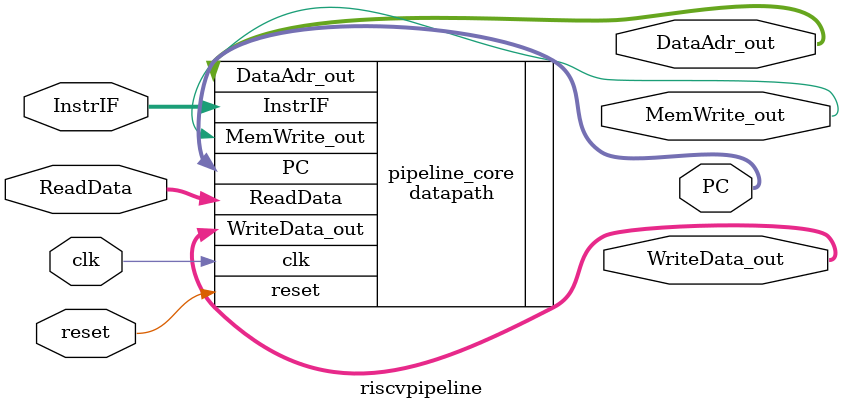
<source format=sv>
`timescale 1ns/1ps

module top_pipeline(
  input  logic        clk,
  input  logic        reset,
  output logic [31:0] WriteData,
  output logic [31:0] DataAdr,
  output logic        MemWrite
);

  // Program counter (drives imem address)
  logic [31:0] pc_word;
  // Instruction fetched from instruction memory
  logic [31:0] instr_fetched;
  // Data memory read-back
  logic [31:0] dmem_readback;

  // Instruction memory (word-aligned)
  imem instr_mem_inst (
    .a(pc_word),
    .rd(instr_fetched)
  );

  // Pipeline core instance
  riscvpipeline cpu_core (
    .clk(clk),
    .reset(reset),
    .PC(pc_word),
    .InstrIF(instr_fetched),
    .MemWrite_out(MemWrite),
    .DataAdr_out(DataAdr),
    .WriteData_out(WriteData),
    .ReadData(dmem_readback)
  );

  // Data memory (behavioral)
  dmem data_mem_inst (
    .clk(clk),
    .reset(reset),
    .we(MemWrite),
    .a(DataAdr),
    .wd(WriteData),
    .rd(dmem_readback)
  );

endmodule

// imem: small instruction memory (word addressed). Loads test hex at start.
module imem(
  input  logic [31:0] a,   // byte address (word-aligned expected)
  output logic [31:0] rd
);

  localparam int WORDS = 64;
  logic [31:0] mem_array [0:WORDS-1];

  initial begin
    $readmemh("tests/rvx10_pipeline.hex", mem_array);
  end

  assign rd = mem_array[a[31:2]];

endmodule

// dmem: simple synchronous write, combinational read behavioral data memory
module dmem(
  input  logic        clk,
  input  logic        reset,
  input  logic        we,
  input  logic [31:0] a,   // byte address (word-aligned expected)
  input  logic [31:0] wd,  // write data
  output logic [31:0] rd   // read data (combinational)
);

  localparam int DEPTH = 64;
  logic [31:0] mem_array [0:DEPTH-1];

  // clear memory at time-0
  initial begin : zero_init
    integer ii;
    for (ii = 0; ii < DEPTH; ii = ii + 1) begin
      mem_array[ii] = 32'd0;
    end
  end

  assign rd = mem_array[a[31:2]];

  // synchronous write on rising clock (respect reset)
  always_ff @(posedge clk) begin
    if (we && !reset) begin
      mem_array[a[31:2]] <= wd;
    end
  end

endmodule

// riscvpipeline: top pipeline module (thin wrapper that instantiates datapath)
module riscvpipeline(
  input  logic        clk,
  input  logic        reset,
  output logic [31:0] PC,
  input  logic [31:0] InstrIF,
  output logic        MemWrite_out,
  output logic [31:0] DataAdr_out,
  output logic [31:0] WriteData_out,
  input  logic [31:0] ReadData
);

  datapath pipeline_core (
    .clk(clk),
    .reset(reset),
    .PC(PC),
    .InstrIF(InstrIF),
    .MemWrite_out(MemWrite_out),
    .DataAdr_out(DataAdr_out),
    .WriteData_out(WriteData_out),
    .ReadData(ReadData)
  );

endmodule

</source>
